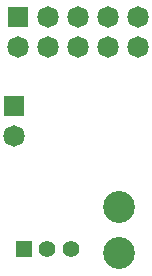
<source format=gbr>
G04 DipTrace 3.2.0.1*
G04 BottomMask.gbr*
%MOMM*%
G04 #@! TF.FileFunction,Soldermask,Bot*
G04 #@! TF.Part,Single*
%ADD39C,1.82*%
%ADD41R,1.82X1.82*%
%ADD43C,1.4*%
%ADD45R,1.4X1.4*%
%ADD51C,2.7*%
%FSLAX35Y35*%
G04*
G71*
G90*
G75*
G01*
G04 BotMask*
%LPD*%
D51*
X2131877Y1630240D3*
Y1240240D3*
D45*
X1320977Y1275813D3*
D43*
X1520977D3*
X1720977D3*
D41*
X1241877Y2490240D3*
D39*
Y2236240D3*
X1270000Y2990000D3*
X1524000D3*
X1778000D3*
X2032000D3*
X2286000D3*
Y3244000D3*
X2032000D3*
X1778000D3*
X1524000D3*
D41*
X1270000D3*
M02*

</source>
